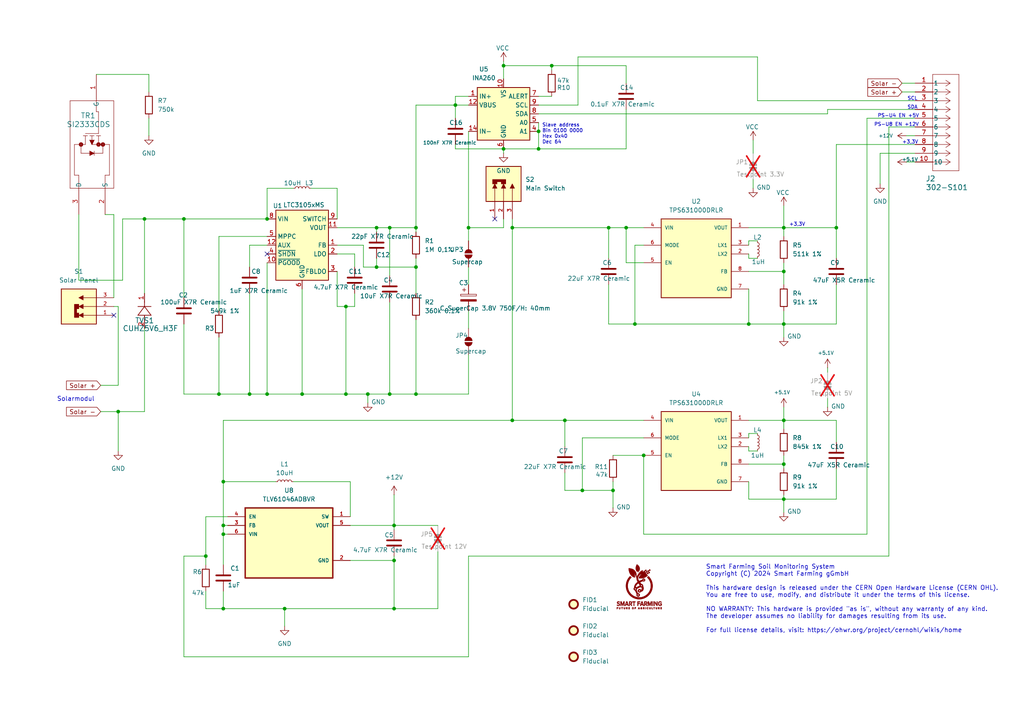
<source format=kicad_sch>
(kicad_sch (version 20231120) (generator "eeschema") (generator_version "8.0")
  (paper "A4")
  (title_block (title "Power Supply") (date "2024-12-30") (rev "0.52") (company "Smart Farming gGmbH"))
  (lib_symbols
    (symbol "+12V_1" (power) (pin_numbers hide) (pin_names (offset 0) hide)
      (property "Value" "+12V" (at 0 3.556 0))
      (symbol "+12V_1_1_1"
        (pin power_in line (at 0 0 90) (length 0) (name "~") (number "1"))
      )
    )
    (symbol "Capacitor_AKL:C_1206" (pin_numbers hide) (pin_names (offset 0.254))
      (property "Reference" "C" (at 0.635 2.54 0))
      (property "Value" "C_1206" (at 0.635 -2.54 0))
      (symbol "C_1206_1_1"
        (pin passive line (at 0 3.81 270) (length 2.794) (name "~") (number "1"))
        (pin passive line (at 0 -3.81 90) (length 2.794) (name "~") (number "2"))
      )
    )
    (symbol "Device:C" (pin_numbers hide) (pin_names (offset 0.254))
      (property "Reference" "C" (at 0.635 2.54 0))
      (property "Value" "C" (at 0.635 -2.54 0))
      (symbol "C_1_1"
        (pin passive line (at 0 3.81 270) (length 2.794) (name "~") (number "1"))
        (pin passive line (at 0 -3.81 90) (length 2.794) (name "~") (number "2"))
      )
    )
    (symbol "Device:C_Polarized" (pin_numbers hide) (pin_names (offset 0.254))
      (property "Reference" "C" (at 0.635 2.54 0))
      (property "Value" "C_Polarized" (at 0.635 -2.54 0))
      (symbol "C_Polarized_1_1"
        (pin passive line (at 0 3.81 270) (length 2.794) (name "~") (number "1"))
        (pin passive line (at 0 -3.81 90) (length 2.794) (name "~") (number "2"))
      )
    )
    (symbol "Device:L_Small" (pin_numbers hide) (pin_names (offset 0.254) hide)
      (property "Reference" "L" (at 0.762 1.016 0))
      (property "Value" "L_Small" (at 0.762 -1.016 0))
      (symbol "L_Small_1_1"
        (pin passive line (at 0 2.54 270) (length 0.508) (name "~") (number "1"))
        (pin passive line (at 0 -2.54 90) (length 0.508) (name "~") (number "2"))
      )
    )
    (symbol "GND_1" (power) (pin_numbers hide) (pin_names (offset 0) hide)
      (property "Value" "GND" (at 0 -3.81 0))
      (symbol "GND_1_1_1"
        (pin power_in line (at 0 0 270) (length 0) (name "~") (number "1"))
      )
    )
    (symbol "GND_2" (power) (pin_numbers hide) (pin_names (offset 0) hide)
      (property "Value" "GND" (at 0 -3.81 0))
      (symbol "GND_2_1_1"
        (pin power_in line (at 0 0 270) (length 0) (name "~") (number "1"))
      )
    )
    (symbol "JS102011SCQN:JS102011SCQN" (pin_names (offset 1.016))
      (property "Reference" "S" (at -5.08 6.35 0))
      (property "Value" "JS102011SCQN" (at -5.08 -6.35 0))
      (symbol "JS102011SCQN_0_0"
        (pin passive line (at -10.16 2.54 0) (length 5.08) (name "~") (number "1"))
        (pin passive line (at -10.16 0 0) (length 5.08) (name "~") (number "2"))
        (pin passive line (at -10.16 -2.54 0) (length 5.08) (name "~") (number "3"))
      )
    )
    (symbol "Jumper:SolderJumper_2_Open" (pin_numbers hide) (pin_names (offset 0) hide) (exclude_from_sim yes) (in_bom no)
      (property "Reference" "JP" (at 0 2.032 0))
      (property "Value" "SolderJumper_2_Open" (at 0 -2.54 0))
      (symbol "SolderJumper_2_Open_1_1"
        (pin passive line (at -3.81 0 0) (length 2.54) (name "A") (number "1"))
        (pin passive line (at 3.81 0 180) (length 2.54) (name "B") (number "2"))
      )
    )
    (symbol "Logo_Smart_Farming:LOGO" (pin_names (offset 1.016)))
    (symbol "Mechanical:Fiducial"
      (property "Reference" "FID" (at 0 5.08 0))
      (property "Value" "Fiducial" (at 0 3.175 0))
    )
    (symbol "Pin-Header-10-2-row:302-S101" (pin_names (offset 0.254))
      (property "Reference" "J" (at 8.89 6.35 0))
      (property "Value" "302-S101" (at 0 0 0))
      (symbol "302-S101_1_1"
        (pin unspecified line (at 0 0 0) (length 5.08) (name "1") (number "1"))
        (pin unspecified line (at 0 -22.86 0) (length 5.08) (name "10") (number "10"))
        (pin unspecified line (at 0 -2.54 0) (length 5.08) (name "2") (number "2"))
        (pin unspecified line (at 0 -5.08 0) (length 5.08) (name "3") (number "3"))
        (pin unspecified line (at 0 -7.62 0) (length 5.08) (name "4") (number "4"))
        (pin unspecified line (at 0 -10.16 0) (length 5.08) (name "5") (number "5"))
        (pin unspecified line (at 0 -12.7 0) (length 5.08) (name "6") (number "6"))
        (pin unspecified line (at 0 -15.24 0) (length 5.08) (name "7") (number "7"))
        (pin unspecified line (at 0 -17.78 0) (length 5.08) (name "8") (number "8"))
        (pin unspecified line (at 0 -20.32 0) (length 5.08) (name "9") (number "9"))
      )
      (symbol "302-S101_1_2"
        (pin unspecified line (at 0 0 0) (length 5.08) (name "1") (number "1"))
        (pin unspecified line (at 0 -22.86 0) (length 5.08) (name "10") (number "10"))
        (pin unspecified line (at 0 -2.54 0) (length 5.08) (name "2") (number "2"))
        (pin unspecified line (at 0 -5.08 0) (length 5.08) (name "3") (number "3"))
        (pin unspecified line (at 0 -7.62 0) (length 5.08) (name "4") (number "4"))
        (pin unspecified line (at 0 -10.16 0) (length 5.08) (name "5") (number "5"))
        (pin unspecified line (at 0 -12.7 0) (length 5.08) (name "6") (number "6"))
        (pin unspecified line (at 0 -15.24 0) (length 5.08) (name "7") (number "7"))
        (pin unspecified line (at 0 -17.78 0) (length 5.08) (name "8") (number "8"))
        (pin unspecified line (at 0 -20.32 0) (length 5.08) (name "9") (number "9"))
      )
    )
    (symbol "Regulator_Switching:LTC3105xMS"
      (property "Reference" "U" (at -6.35 11.43 0))
      (property "Value" "LTC3105xMS" (at 5.08 11.43 0))
      (symbol "LTC3105xMS_0_0"
        (pin input line (at 10.16 0 180) (length 2.54) (name "FB") (number "1"))
        (pin open_collector line (at -10.16 -5.08 0) (length 2.54) (name "~{PGOOD}") (number "10"))
        (pin power_out line (at 10.16 5.08 180) (length 2.54) (name "VOUT") (number "11"))
        (pin output line (at -10.16 0 0) (length 2.54) (name "AUX") (number "12"))
        (pin output line (at 10.16 -2.54 180) (length 2.54) (name "LDO") (number "2"))
        (pin input line (at 10.16 -7.62 180) (length 2.54) (name "FBLDO") (number "3"))
        (pin input line (at -10.16 -2.54 0) (length 2.54) (name "~{SHDN}") (number "4"))
        (pin input line (at -10.16 2.54 0) (length 2.54) (name "MPPC") (number "5"))
        (pin power_in line (at 0 -12.7 90) (length 2.54) (name "GND") (number "6"))
        (pin passive line (at 0 -12.7 90) (length 2.54) hide (name "GND") (number "7"))
        (pin power_in line (at -10.16 7.62 0) (length 2.54) (name "VIN") (number "8"))
        (pin passive line (at 10.16 7.62 180) (length 2.54) (name "SWITCH") (number "9"))
      )
    )
    (symbol "Resistor_AKL:R_0805" (pin_numbers hide) (pin_names (offset 0))
      (property "Reference" "R" (at 2.54 1.27 0))
      (property "Value" "R_0805" (at 2.54 -1.27 0))
      (symbol "R_0805_1_1"
        (pin passive line (at 0 3.81 270) (length 1.27) (name "~") (number "1"))
        (pin passive line (at 0 -3.81 90) (length 1.27) (name "~") (number "2"))
      )
    )
    (symbol "SI2333CDS_T1_GE3:SI2333CDS-T1-GE3" (pin_names (offset 0.254))
      (property "Reference" "TR" (at 20.32 10.16 0))
      (property "Value" "SI2333CDS-T1-GE3" (at 20.32 7.62 0))
      (symbol "SI2333CDS-T1-GE3_0_1"
        (pin unspecified line (at 0 0 0) (length 7.62) (name "G") (number "1"))
        (pin unspecified line (at 40.64 2.54 180) (length 7.62) (name "S") (number "2"))
        (pin unspecified line (at 40.64 -5.08 180) (length 7.62) (name "D") (number "3"))
      )
    )
    (symbol "Sensor:INA260"
      (property "Reference" "U" (at -6.35 8.89 0))
      (property "Value" "INA260" (at 2.54 8.89 0))
      (symbol "INA260_1_1"
        (pin passive line (at -10.16 5.08 0) (length 2.54) (name "IN+") (number "1"))
        (pin power_in line (at 0 10.16 270) (length 2.54) (name "VS") (number "10"))
        (pin passive line (at 0 -10.16 90) (length 2.54) hide (name "GND") (number "11"))
        (pin passive line (at -10.16 2.54 0) (length 2.54) (name "VBUS") (number "12"))
        (pin no_connect line (at 2.54 -7.62 90) (length 2.54) hide (name "NC") (number "13"))
        (pin passive line (at -10.16 -5.08 0) (length 2.54) (name "IN-") (number "14"))
        (pin passive line (at -10.16 -5.08 0) (length 2.54) hide (name "IN-") (number "15"))
        (pin passive line (at -10.16 -5.08 0) (length 2.54) hide (name "IN-") (number "16"))
        (pin passive line (at -10.16 5.08 0) (length 2.54) hide (name "IN+") (number "2"))
        (pin passive line (at -10.16 5.08 0) (length 2.54) hide (name "IN+") (number "3"))
        (pin input line (at 10.16 -5.08 180) (length 2.54) (name "A1") (number "4"))
        (pin input line (at 10.16 -2.54 180) (length 2.54) (name "A0") (number "5"))
        (pin power_in line (at 0 -10.16 90) (length 2.54) (name "GND") (number "6"))
        (pin open_collector line (at 10.16 5.08 180) (length 2.54) (name "ALERT") (number "7"))
        (pin bidirectional line (at 10.16 0 180) (length 2.54) (name "SDA") (number "8"))
        (pin input line (at 10.16 2.54 180) (length 2.54) (name "SCL") (number "9"))
      )
    )
    (symbol "TLV61046ADBVR:TLV61046ADBVR" (pin_names (offset 1.016))
      (property "Reference" "U" (at -12.7 11.16 0))
      (property "Value" "TLV61046ADBVR" (at -12.7 -14.16 0))
      (symbol "TLV61046ADBVR_0_0"
        (pin output line (at 17.78 7.62 180) (length 5.08) (name "SW") (number "1"))
        (pin power_in line (at 17.78 -5.08 180) (length 5.08) (name "GND") (number "2"))
        (pin input line (at -17.78 5.08 0) (length 5.08) (name "FB") (number "3"))
        (pin input line (at -17.78 7.62 0) (length 5.08) (name "EN") (number "4"))
        (pin output line (at 17.78 5.08 180) (length 5.08) (name "VOUT") (number "5"))
        (pin input line (at -17.78 2.54 0) (length 5.08) (name "VIN") (number "6"))
      )
    )
    (symbol "TPS631000DRLR:TPS631000DRLR" (pin_names (offset 1.016))
      (property "Reference" "U" (at -10.16 13.208 0))
      (property "Value" "TPS631000DRLR" (at -10.16 -12.7 0))
      (symbol "TPS631000DRLR_0_0"
        (pin output line (at 15.24 10.16 180) (length 5.08) (name "VOUT") (number "1"))
        (pin output line (at 15.24 2.54 180) (length 5.08) (name "LX2") (number "2"))
        (pin output line (at 15.24 5.08 180) (length 5.08) (name "LX1") (number "3"))
        (pin input line (at -15.24 10.16 0) (length 5.08) (name "VIN") (number "4"))
        (pin input line (at -15.24 0 0) (length 5.08) (name "EN") (number "5"))
        (pin input line (at -15.24 5.08 0) (length 5.08) (name "MODE") (number "6"))
        (pin power_in line (at 15.24 -7.62 180) (length 5.08) (name "GND") (number "7"))
        (pin input line (at 15.24 -2.54 180) (length 5.08) (name "FB") (number "8"))
      )
    )
    (symbol "TVS-Diode:CUHZ5V6_H3F" (pin_names (offset 0.254))
      (property "Reference" "TVS" (at 5.08 4.445 0))
      (property "Value" "CUHZ5V6_H3F" (at 5.08 -3.81 0))
      (symbol "CUHZ5V6_H3F_1_1"
        (pin unspecified line (at 10.16 0 180) (length 2.54) (name "") (number "1"))
        (pin unspecified line (at 0 0 0) (length 2.54) (name "") (number "2"))
      )
      (symbol "CUHZ5V6_H3F_1_2"
        (pin unspecified line (at 0 10.16 270) (length 2.54) (name "") (number "1"))
        (pin unspecified line (at 0 0 90) (length 2.54) (name "") (number "2"))
      )
    )
    (symbol "power:+12V" (power) (pin_names (offset 0))
      (property "Value" "+12V" (at 0 3.556 0))
      (symbol "+12V_1_1"
        (pin power_in line (at 0 0 90) (length 0) hide (name "+12V") (number "1"))
      )
    )
    (symbol "power:+5V" (power) (pin_numbers hide) (pin_names (offset 0) hide)
      (property "Value" "+5V" (at 0 3.556 0))
      (symbol "+5V_1_1"
        (pin power_in line (at 0 0 90) (length 0) (name "~") (number "1"))
      )
    )
    (symbol "power:GND" (power) (pin_names (offset 0))
      (property "Value" "GND" (at 0 -3.81 0))
      (symbol "GND_1_1"
        (pin power_in line (at 0 0 270) (length 0) hide (name "GND") (number "1"))
      )
    )
    (symbol "power:VCC" (power) (pin_names (offset 0))
      (property "Value" "VCC" (at 0 3.81 0))
      (symbol "VCC_1_1"
        (pin power_in line (at 0 0 90) (length 0) hide (name "VCC") (number "1"))
      )
    )
  )
  (junction (at 82.55 176.53))
  (junction (at 72.39 114.3))
  (junction (at 186.69 132.08))
  (junction (at 184.15 93.98))
  (junction (at 168.91 142.24))
  (junction (at 163.83 121.92))
  (junction (at 120.65 77.47))
  (junction (at 113.03 66.04))
  (junction (at 132.08 30.48))
  (junction (at 227.33 66.04))
  (junction (at 135.89 66.04))
  (junction (at 227.33 78.74))
  (junction (at 114.3 162.56))
  (junction (at 148.59 66.04))
  (junction (at 181.61 66.04))
  (junction (at 176.53 66.04))
  (junction (at 53.34 63.5))
  (junction (at 77.47 63.5))
  (junction (at 64.77 154.94))
  (junction (at 227.33 121.92))
  (junction (at 64.77 176.53))
  (junction (at 113.03 114.3))
  (junction (at 227.33 144.78))
  (junction (at 114.3 176.53))
  (junction (at 59.69 161.29))
  (junction (at 227.33 134.62))
  (junction (at 100.33 88.9))
  (junction (at 146.05 19.05))
  (junction (at 120.65 66.04))
  (junction (at 77.47 114.3))
  (junction (at 148.59 121.92))
  (junction (at 156.21 43.18))
  (junction (at 242.57 66.04))
  (junction (at 109.22 66.04))
  (junction (at 120.65 114.3))
  (junction (at 34.29 119.38))
  (junction (at 63.5 114.3))
  (junction (at 64.77 152.4))
  (junction (at 114.3 152.4))
  (junction (at 109.22 77.47))
  (junction (at 100.33 114.3))
  (junction (at 87.63 114.3))
  (junction (at 146.05 43.18))
  (junction (at 106.68 114.3))
  (junction (at 160.02 19.05))
  (junction (at 217.17 93.98))
  (junction (at 64.77 139.7))
  (junction (at 41.91 63.5))
  (junction (at 177.8 142.24))
  (junction (at 156.21 38.1))
  (junction (at 227.33 93.98))
  (no_connect (at 143.51 63.5))
  (no_connect (at 77.47 73.66))
  (no_connect (at 33.02 91.44))
  (wire (pts (xy 59.69 171.45) (xy 59.69 176.53)))
  (wire (pts (xy 217.17 73.66) (xy 217.17 74.93)))
  (wire (pts (xy 181.61 19.05) (xy 181.61 24.13)))
  (wire (pts (xy 251.46 34.29) (xy 251.46 154.94)))
  (wire (pts (xy 77.47 71.12) (xy 72.39 71.12)))
  (wire (pts (xy 217.17 130.81) (xy 219.71 130.81)))
  (wire (pts (xy 72.39 71.12) (xy 72.39 77.47)))
  (wire (pts (xy 257.81 36.83) (xy 265.43 36.83)))
  (wire (pts (xy 113.03 87.63) (xy 113.03 114.3)))
  (wire (pts (xy 186.69 154.94) (xy 186.69 132.08)))
  (wire (pts (xy 146.05 43.18) (xy 146.05 44.45)))
  (wire (pts (xy 227.33 118.11) (xy 227.33 121.92)))
  (wire (pts (xy 227.33 144.78) (xy 227.33 148.59)))
  (wire (pts (xy 66.04 154.94) (xy 64.77 154.94)))
  (wire (pts (xy 262.89 46.99) (xy 265.43 46.99)))
  (wire (pts (xy 265.43 44.45) (xy 255.27 44.45)))
  (wire (pts (xy 53.34 86.36) (xy 53.34 63.5)))
  (wire (pts (xy 127 160.02) (xy 127 176.53)))
  (wire (pts (xy 227.33 121.92) (xy 242.57 121.92)))
  (wire (pts (xy 184.15 71.12) (xy 184.15 93.98)))
  (wire (pts (xy 156.21 30.48) (xy 167.64 30.48)))
  (wire (pts (xy 97.79 66.04) (xy 109.22 66.04)))
  (wire (pts (xy 227.33 143.51) (xy 227.33 144.78)))
  (wire (pts (xy 176.53 93.98) (xy 184.15 93.98)))
  (wire (pts (xy 186.69 71.12) (xy 184.15 71.12)))
  (wire (pts (xy 53.34 114.3) (xy 63.5 114.3)))
  (wire (pts (xy 59.69 161.29) (xy 59.69 163.83)))
  (wire (pts (xy 148.59 63.5) (xy 148.59 66.04)))
  (wire (pts (xy 97.79 78.74) (xy 97.79 88.9)))
  (wire (pts (xy 177.8 139.7) (xy 177.8 142.24)))
  (wire (pts (xy 132.08 30.48) (xy 132.08 27.94)))
  (wire (pts (xy 176.53 66.04) (xy 148.59 66.04)))
  (wire (pts (xy 168.91 142.24) (xy 177.8 142.24)))
  (wire (pts (xy 120.65 92.71) (xy 120.65 114.3)))
  (wire (pts (xy 135.89 66.04) (xy 146.05 66.04)))
  (wire (pts (xy 217.17 125.73) (xy 219.71 125.73)))
  (wire (pts (xy 105.41 71.12) (xy 105.41 77.47)))
  (wire (pts (xy 227.33 135.89) (xy 227.33 134.62)))
  (wire (pts (xy 146.05 17.78) (xy 146.05 19.05)))
  (wire (pts (xy 72.39 85.09) (xy 72.39 114.3)))
  (wire (pts (xy 87.63 114.3) (xy 100.33 114.3)))
  (wire (pts (xy 59.69 176.53) (xy 64.77 176.53)))
  (wire (pts (xy 135.89 38.1) (xy 135.89 66.04)))
  (wire (pts (xy 64.77 121.92) (xy 148.59 121.92)))
  (wire (pts (xy 114.3 153.67) (xy 114.3 152.4)))
  (wire (pts (xy 240.03 115.57) (xy 240.03 118.11)))
  (wire (pts (xy 251.46 34.29) (xy 265.43 34.29)))
  (wire (pts (xy 109.22 67.31) (xy 109.22 66.04)))
  (wire (pts (xy 97.79 71.12) (xy 105.41 71.12)))
  (wire (pts (xy 63.5 114.3) (xy 72.39 114.3)))
  (wire (pts (xy 217.17 139.7) (xy 217.17 144.78)))
  (wire (pts (xy 66.04 152.4) (xy 64.77 152.4)))
  (wire (pts (xy 114.3 162.56) (xy 114.3 176.53)))
  (wire (pts (xy 217.17 134.62) (xy 227.33 134.62)))
  (wire (pts (xy 66.04 149.86) (xy 59.69 149.86)))
  (wire (pts (xy 242.57 93.98) (xy 227.33 93.98)))
  (wire (pts (xy 217.17 93.98) (xy 227.33 93.98)))
  (wire (pts (xy 163.83 121.92) (xy 163.83 129.54)))
  (wire (pts (xy 219.71 29.21) (xy 265.43 29.21)))
  (wire (pts (xy 34.29 119.38) (xy 41.91 119.38)))
  (wire (pts (xy 72.39 114.3) (xy 77.47 114.3)))
  (wire (pts (xy 156.21 27.94) (xy 160.02 27.94)))
  (wire (pts (xy 148.59 66.04) (xy 148.59 121.92)))
  (wire (pts (xy 109.22 74.93) (xy 109.22 77.47)))
  (wire (pts (xy 29.21 111.76) (xy 34.29 111.76)))
  (wire (pts (xy 102.87 88.9) (xy 102.87 85.09)))
  (wire (pts (xy 35.56 81.28) (xy 35.56 63.5)))
  (wire (pts (xy 101.6 162.56) (xy 114.3 162.56)))
  (wire (pts (xy 41.91 95.25) (xy 41.91 119.38)))
  (wire (pts (xy 146.05 19.05) (xy 146.05 22.86)))
  (wire (pts (xy 160.02 19.05) (xy 181.61 19.05)))
  (wire (pts (xy 34.29 111.76) (xy 34.29 88.9)))
  (wire (pts (xy 63.5 97.79) (xy 63.5 114.3)))
  (wire (pts (xy 34.29 119.38) (xy 34.29 130.81)))
  (wire (pts (xy 217.17 66.04) (xy 227.33 66.04)))
  (wire (pts (xy 156.21 35.56) (xy 156.21 38.1)))
  (wire (pts (xy 77.47 76.2) (xy 77.47 114.3)))
  (wire (pts (xy 77.47 54.61) (xy 77.47 63.5)))
  (wire (pts (xy 227.33 90.17) (xy 227.33 93.98)))
  (wire (pts (xy 114.3 143.51) (xy 114.3 152.4)))
  (wire (pts (xy 186.69 127) (xy 168.91 127)))
  (wire (pts (xy 33.02 86.36) (xy 33.02 62.23)))
  (wire (pts (xy 132.08 41.91) (xy 132.08 43.18)))
  (wire (pts (xy 113.03 80.01) (xy 113.03 66.04)))
  (wire (pts (xy 64.77 139.7) (xy 64.77 152.4)))
  (wire (pts (xy 146.05 19.05) (xy 160.02 19.05)))
  (wire (pts (xy 132.08 43.18) (xy 146.05 43.18)))
  (wire (pts (xy 135.89 77.47) (xy 135.89 82.55)))
  (wire (pts (xy 242.57 121.92) (xy 242.57 128.27)))
  (wire (pts (xy 114.3 162.56) (xy 114.3 161.29)))
  (wire (pts (xy 242.57 41.91) (xy 265.43 41.91)))
  (wire (pts (xy 22.86 62.23) (xy 22.86 81.28)))
  (wire (pts (xy 227.33 124.46) (xy 227.33 121.92)))
  (wire (pts (xy 217.17 121.92) (xy 227.33 121.92)))
  (wire (pts (xy 27.94 21.59) (xy 43.18 21.59)))
  (wire (pts (xy 177.8 132.08) (xy 186.69 132.08)))
  (wire (pts (xy 100.33 88.9) (xy 102.87 88.9)))
  (wire (pts (xy 43.18 21.59) (xy 43.18 26.67)))
  (wire (pts (xy 181.61 66.04) (xy 176.53 66.04)))
  (wire (pts (xy 160.02 19.05) (xy 160.02 20.32)))
  (wire (pts (xy 64.77 154.94) (xy 64.77 163.83)))
  (wire (pts (xy 63.5 68.58) (xy 63.5 90.17)))
  (wire (pts (xy 251.46 154.94) (xy 186.69 154.94)))
  (wire (pts (xy 82.55 181.61) (xy 82.55 176.53)))
  (wire (pts (xy 97.79 54.61) (xy 97.79 63.5)))
  (wire (pts (xy 109.22 77.47) (xy 120.65 77.47)))
  (wire (pts (xy 181.61 31.75) (xy 181.61 43.18)))
  (wire (pts (xy 257.81 161.29) (xy 257.81 36.83)))
  (wire (pts (xy 163.83 142.24) (xy 168.91 142.24)))
  (wire (pts (xy 106.68 114.3) (xy 113.03 114.3)))
  (wire (pts (xy 85.09 54.61) (xy 77.47 54.61)))
  (wire (pts (xy 184.15 93.98) (xy 217.17 93.98)))
  (wire (pts (xy 163.83 121.92) (xy 186.69 121.92)))
  (wire (pts (xy 177.8 142.24) (xy 177.8 147.32)))
  (wire (pts (xy 114.3 176.53) (xy 82.55 176.53)))
  (wire (pts (xy 168.91 127) (xy 168.91 142.24)))
  (wire (pts (xy 102.87 73.66) (xy 102.87 77.47)))
  (wire (pts (xy 105.41 77.47) (xy 109.22 77.47)))
  (wire (pts (xy 53.34 63.5) (xy 77.47 63.5)))
  (wire (pts (xy 242.57 66.04) (xy 242.57 74.93)))
  (wire (pts (xy 262.89 39.37) (xy 265.43 39.37)))
  (wire (pts (xy 97.79 88.9) (xy 100.33 88.9)))
  (wire (pts (xy 156.21 43.18) (xy 146.05 43.18)))
  (wire (pts (xy 43.18 34.29) (xy 43.18 39.37)))
  (wire (pts (xy 163.83 137.16) (xy 163.83 142.24)))
  (wire (pts (xy 29.21 119.38) (xy 34.29 119.38)))
  (wire (pts (xy 240.03 106.68) (xy 240.03 107.95)))
  (wire (pts (xy 132.08 30.48) (xy 120.65 30.48)))
  (wire (pts (xy 219.71 16.51) (xy 219.71 29.21)))
  (wire (pts (xy 100.33 88.9) (xy 100.33 114.3)))
  (wire (pts (xy 90.17 54.61) (xy 97.79 54.61)))
  (wire (pts (xy 181.61 66.04) (xy 181.61 76.2)))
  (wire (pts (xy 87.63 83.82) (xy 87.63 114.3)))
  (wire (pts (xy 217.17 78.74) (xy 227.33 78.74)))
  (wire (pts (xy 59.69 161.29) (xy 53.34 161.29)))
  (wire (pts (xy 106.68 114.3) (xy 106.68 116.84)))
  (wire (pts (xy 240.03 33.02) (xy 240.03 31.75)))
  (wire (pts (xy 34.29 88.9) (xy 33.02 88.9)))
  (wire (pts (xy 101.6 152.4) (xy 114.3 152.4)))
  (wire (pts (xy 120.65 30.48) (xy 120.65 66.04)))
  (wire (pts (xy 53.34 190.5) (xy 135.89 190.5)))
  (wire (pts (xy 227.33 59.69) (xy 227.33 66.04)))
  (wire (pts (xy 64.77 152.4) (xy 64.77 154.94)))
  (wire (pts (xy 227.33 78.74) (xy 227.33 82.55)))
  (wire (pts (xy 176.53 66.04) (xy 176.53 74.93)))
  (wire (pts (xy 242.57 66.04) (xy 242.57 41.91)))
  (wire (pts (xy 167.64 16.51) (xy 167.64 30.48)))
  (wire (pts (xy 227.33 76.2) (xy 227.33 78.74)))
  (wire (pts (xy 109.22 66.04) (xy 113.03 66.04)))
  (wire (pts (xy 135.89 161.29) (xy 257.81 161.29)))
  (wire (pts (xy 181.61 43.18) (xy 156.21 43.18)))
  (wire (pts (xy 148.59 121.92) (xy 163.83 121.92)))
  (wire (pts (xy 135.89 69.85) (xy 135.89 66.04)))
  (wire (pts (xy 156.21 38.1) (xy 156.21 43.18)))
  (wire (pts (xy 227.33 93.98) (xy 227.33 97.79)))
  (wire (pts (xy 120.65 77.47) (xy 120.65 85.09)))
  (wire (pts (xy 181.61 76.2) (xy 186.69 76.2)))
  (wire (pts (xy 64.77 121.92) (xy 64.77 139.7)))
  (wire (pts (xy 135.89 90.17) (xy 135.89 95.25)))
  (wire (pts (xy 64.77 176.53) (xy 82.55 176.53)))
  (wire (pts (xy 120.65 74.93) (xy 120.65 77.47)))
  (wire (pts (xy 242.57 135.89) (xy 242.57 144.78)))
  (wire (pts (xy 120.65 114.3) (xy 135.89 114.3)))
  (wire (pts (xy 261.62 26.67) (xy 265.43 26.67)))
  (wire (pts (xy 135.89 161.29) (xy 135.89 190.5)))
  (wire (pts (xy 132.08 27.94) (xy 135.89 27.94)))
  (wire (pts (xy 33.02 62.23) (xy 30.48 62.23)))
  (wire (pts (xy 217.17 144.78) (xy 227.33 144.78)))
  (wire (pts (xy 35.56 63.5) (xy 41.91 63.5)))
  (wire (pts (xy 22.86 81.28) (xy 35.56 81.28)))
  (wire (pts (xy 41.91 63.5) (xy 53.34 63.5)))
  (wire (pts (xy 176.53 82.55) (xy 176.53 93.98)))
  (wire (pts (xy 101.6 139.7) (xy 101.6 149.86)))
  (wire (pts (xy 242.57 82.55) (xy 242.57 93.98)))
  (wire (pts (xy 53.34 161.29) (xy 53.34 190.5)))
  (wire (pts (xy 156.21 33.02) (xy 240.03 33.02)))
  (wire (pts (xy 255.27 44.45) (xy 255.27 53.34)))
  (wire (pts (xy 85.09 139.7) (xy 101.6 139.7)))
  (wire (pts (xy 218.44 40.64) (xy 218.44 44.45)))
  (wire (pts (xy 135.89 30.48) (xy 132.08 30.48)))
  (wire (pts (xy 217.17 83.82) (xy 217.17 93.98)))
  (wire (pts (xy 64.77 171.45) (xy 64.77 176.53)))
  (wire (pts (xy 77.47 68.58) (xy 63.5 68.58)))
  (wire (pts (xy 167.64 16.51) (xy 219.71 16.51)))
  (wire (pts (xy 64.77 139.7) (xy 80.01 139.7)))
  (wire (pts (xy 135.89 102.87) (xy 135.89 114.3)))
  (wire (pts (xy 120.65 67.31) (xy 120.65 66.04)))
  (wire (pts (xy 100.33 114.3) (xy 106.68 114.3)))
  (wire (pts (xy 77.47 114.3) (xy 87.63 114.3)))
  (wire (pts (xy 242.57 66.04) (xy 227.33 66.04)))
  (wire (pts (xy 227.33 68.58) (xy 227.33 66.04)))
  (wire (pts (xy 217.17 71.12) (xy 217.17 69.85)))
  (wire (pts (xy 132.08 30.48) (xy 132.08 34.29)))
  (wire (pts (xy 53.34 93.98) (xy 53.34 114.3)))
  (wire (pts (xy 41.91 63.5) (xy 41.91 85.09)))
  (wire (pts (xy 114.3 152.4) (xy 127 152.4)))
  (wire (pts (xy 240.03 31.75) (xy 265.43 31.75)))
  (wire (pts (xy 113.03 114.3) (xy 120.65 114.3)))
  (wire (pts (xy 227.33 132.08) (xy 227.33 134.62)))
  (wire (pts (xy 217.17 129.54) (xy 217.17 130.81)))
  (wire (pts (xy 217.17 69.85) (xy 219.71 69.85)))
  (wire (pts (xy 114.3 176.53) (xy 127 176.53)))
  (wire (pts (xy 113.03 66.04) (xy 120.65 66.04)))
  (wire (pts (xy 97.79 73.66) (xy 102.87 73.66)))
  (wire (pts (xy 186.69 66.04) (xy 181.61 66.04)))
  (wire (pts (xy 217.17 74.93) (xy 219.71 74.93)))
  (wire (pts (xy 218.44 52.07) (xy 218.44 54.61)))
  (wire (pts (xy 261.62 24.13) (xy 265.43 24.13)))
  (wire (pts (xy 217.17 127) (xy 217.17 125.73)))
  (wire (pts (xy 59.69 149.86) (xy 59.69 161.29)))
  (wire (pts (xy 242.57 144.78) (xy 227.33 144.78)))
  (wire (pts (xy 146.05 66.04) (xy 146.05 63.5)))
  (text "PS-U4 EN +5V" (at 254.508 34.29 0) (effects (font (size 1.016 1.016)) (justify left bottom)))
  (text "SCL" (at 264.668 28.702 0) (effects (font (size 1.016 1.016))))
  (text "Smart Farming Soil Monitoring System\nCopyright (C) 2024 Smart Farming gGmbH\n\nThis hardware design is released under the CERN Open Hardware License (CERN OHL).\nYou are free to use, modify, and distribute it under the terms of this license.\n\nNO WARRANTY: This hardware is provided \"as is\", without any warranty of any kind.\nThe developer assumes no liability for damages resulting from its use.\n\nFor full license details, visit: https://ohwr.org/project/cernohl/wikis/home\n" (at 204.724 173.736 0) (effects (font (size 1.27 1.27)) (justify left)))
  (text "Solarmodul" (at 16.51 116.586 0) (effects (font (size 1.27 1.27)) (justify left bottom)))
  (text "SDA" (at 264.668 31.242 0) (effects (font (size 1.016 1.016))))
  (text "PS-U8 EN +12V" (at 253.492 36.83 0) (effects (font (size 1.016 1.016)) (justify left bottom)))
  (text "Slave address\nBin 0100 0000\nHex 0x40\nDec 64" (at 157.226 35.814 0) (effects (font (size 1.016 1.016)) (justify left top)))
  (text "+3,3V" (at 261.62 41.91 0) (effects (font (size 1.016 1.016)) (justify left bottom)))
  (text "+3,3V" (at 228.854 65.786 0) (effects (font (size 1.016 1.016)) (justify left bottom)))
  (global_label "Solar +" (shape input) (at 261.62 26.67 180) (property "Intersheetrefs" "${INTERSHEET_REFS}" (effects (hide yes))))
  (global_label "Solar -" (shape input) (at 29.21 119.38 180) (property "Intersheetrefs" "${INTERSHEET_REFS}" (effects (hide yes))))
  (global_label "Solar +" (shape input) (at 29.21 111.76 180) (property "Intersheetrefs" "${INTERSHEET_REFS}" (effects (hide yes))))
  (global_label "Solar -" (shape input) (at 261.62 24.13 180) (property "Intersheetrefs" "${INTERSHEET_REFS}" (effects (hide yes))))
  (symbol (lib_id "Capacitor_AKL:C_1206") (at 113.03 83.82 0) (unit 1)
    (property "Reference" "C4" (at 111.252 81.28 0) (effects (justify left)))
    (property "Value" "10uF X7R Ceramic" (at 104.394 85.852 0) (effects (justify left)))
    (property "Footprint" "Capacitor_SMD:C_1206_3216Metric_Pad1.33x1.80mm_HandSolder" (effects (hide yes)))
  )
  (symbol (lib_id "Device:L_Small") (at 219.71 128.27 0) (unit 1)
    (property "Reference" "L4" (at 219.71 124.714 0))
    (property "Value" "1uH" (at 219.71 132.08 0))
    (property "Footprint" "Inductor_SMD:L_1008_2520Metric_Pad1.43x2.20mm_HandSolder" (effects (hide yes)))
    (property "Datasheet" "https://mm.digikey.com/Volume0/opasdata/d220001/medias/docus/1155/MAMK2520H1R0M_SS.pdf" (effects (hide yes)))
    (property "Description" "Inductor, small symbol" (effects (hide yes)))
  )
  (symbol (lib_name "GND_2") (lib_id "power:GND") (at 43.18 39.37 0) (unit 1)
    (property "Reference" "#PWR010" (effects (hide yes)))
    (property "Value" "GND" (at 43.18 44.45 0))
    (property "Description" "Power symbol creates a global label with name \"GND\" , ground" (effects (hide yes)))
  )
  (symbol (lib_id "Jumper:SolderJumper_2_Open") (at 135.89 73.66 90) (unit 1) (exclude_from_sim yes) (in_bom no)
    (property "Reference" "JP3" (at 130.81 72.39 90) (effects (justify right)))
    (property "Value" "Supercap" (at 131.064 75.946 90) (effects (justify right)))
    (property "Footprint" "Connector_PinHeader_2.54mm:PinHeader_1x02_P2.54mm_Vertical" (effects (hide yes)))
    (property "Description" "Solder Jumper, 2-pole, open" (effects (hide yes)))
  )
  (symbol (lib_id "power:GND") (at 255.27 53.34 0) (unit 1)
    (property "Reference" "#PWR012" (effects (hide yes)))
    (property "Value" "GND" (at 255.27 58.42 0))
  )
  (symbol (lib_id "Resistor_AKL:R_0805") (at 227.33 86.36 0) (unit 1)
    (property "Reference" "R4" (at 229.87 85.0899 0) (effects (justify left)))
    (property "Value" "91k 1%" (at 229.87 87.6299 0) (effects (justify left)))
    (property "Footprint" "Resistor_SMD:R_1206_3216Metric_Pad1.30x1.75mm_HandSolder" (effects (hide yes)))
  )
  (symbol (lib_id "Device:C") (at 64.77 167.64 0) (unit 1)
    (property "Reference" "C1" (at 66.802 164.846 0) (effects (justify left)))
    (property "Value" "1uF" (at 66.04 169.672 0) (effects (justify left)))
    (property "Footprint" "Capacitor_SMD:C_0805_2012Metric_Pad1.18x1.45mm_HandSolder" (effects (hide yes)))
  )
  (symbol (lib_id "Jumper:SolderJumper_2_Open") (at 135.89 99.06 90) (unit 1) (exclude_from_sim yes) (in_bom no)
    (property "Reference" "JP4" (at 132.08 97.282 90) (effects (justify right)))
    (property "Value" "Supercap" (at 132.08 101.854 90) (effects (justify right)))
    (property "Footprint" "Connector_PinHeader_2.54mm:PinHeader_1x02_P2.54mm_Vertical" (effects (hide yes)))
    (property "Description" "Solder Jumper, 2-pole, open" (effects (hide yes)))
  )
  (symbol (lib_name "GND_1") (lib_id "power:GND") (at 106.68 116.84 0) (unit 1)
    (property "Reference" "#PWR05" (effects (hide yes)))
    (property "Value" "GND" (at 109.728 116.586 0))
    (property "Description" "Power symbol creates a global label with name \"GND\" , ground" (effects (hide yes)))
  )
  (symbol (lib_id "Resistor_AKL:R_0805") (at 59.69 167.64 0) (unit 1)
    (property "Reference" "R6" (at 55.88 165.862 0) (effects (justify left)))
    (property "Value" "47k" (at 55.626 171.958 0) (effects (justify left)))
    (property "Footprint" "Resistor_SMD:R_1206_3216Metric_Pad1.30x1.75mm_HandSolder" (effects (hide yes)))
    (property "Datasheet" "https://www.yageo.com/upload/media/product/products/datasheet/rchip/PYu-RC_Group_51_RoHS_L_12.pdf" (effects (hide yes)))
  )
  (symbol (lib_id "power:+5V") (at 240.03 106.68 0) (unit 1)
    (property "Reference" "#PWR014" (effects (hide yes)))
    (property "Value" "+5.1V" (at 239.522 102.362 0) (effects (font (size 1.016 1.016))))
    (property "Description" "Power symbol creates a global label with name \"+5V\"" (effects (hide yes)))
  )
  (symbol (lib_id "Jumper:SolderJumper_2_Open") (at 127 156.21 90) (unit 1) (exclude_from_sim yes) (in_bom no) (dnp yes)
    (property "Reference" "JP5" (at 121.92 154.94 90) (effects (justify right)))
    (property "Value" "Testpoint 12V" (at 122.174 158.496 90) (effects (justify right)))
    (property "Footprint" "Connector_PinHeader_2.54mm:PinHeader_1x02_P2.54mm_Vertical" (effects (hide yes)))
    (property "Description" "Solder Jumper, 2-pole, open" (effects (hide yes)))
  )
  (symbol (lib_id "Resistor_AKL:R_0805") (at 120.65 71.12 0) (unit 1)
    (property "Reference" "R1" (at 123.19 69.8499 0) (effects (justify left)))
    (property "Value" "1M 0,1%" (at 123.19 72.3899 0) (effects (justify left)))
    (property "Footprint" "Resistor_SMD:R_1206_3216Metric_Pad1.30x1.75mm_HandSolder" (effects (hide yes)))
    (property "Description" "V_OUT = (1.004 x (R1 / R2) +1) = (1.004 x (1M / 360k)+1) = 3.8V" (effects (hide yes)))
  )
  (symbol (lib_id "TLV61046ADBVR:TLV61046ADBVR") (at 83.82 157.48 0) (unit 1)
    (property "Reference" "U8" (at 83.82 142.24 0))
    (property "Value" "TLV61046ADBVR" (at 83.82 144.78 0))
    (property "Footprint" "Package_TO_SOT_SMD:SOT-23-6_Handsoldering" (effects (hide yes)))
    (property "Datasheet" "https://www.ti.com/lit/ds/symlink/tlv61046a.pdf?ts=1712584308742&ref_url=https%253A%252F%252Fwww.google.com%252F" (effects (hide yes)))
    (property "MF" "Texas Instruments" (effects (hide yes)))
    (property "Description_1" "\n28-V Output Voltage Boost Converter with Power Diode and Isolation Switch\n" (effects (hide yes)))
    (property "Package" "SOT-23-6 Texas Instruments" (effects (hide yes)))
    (property "Price" "None" (effects (hide yes)))
    (property "SnapEDA_Link" "https://www.snapeda.com/parts/TLV61046ADBVR/Texas+Instruments/view-part/?ref=snap" (effects (hide yes)))
    (property "MP" "TLV61046ADBVR" (effects (hide yes)))
    (property "Purchase-URL" "https://www.snapeda.com/api/url_track_click_mouser/?unipart_id=985721&manufacturer=Texas Instruments&part_name=TLV61046ADBVR&search_term=tlv61046a" (effects (hide yes)))
    (property "Availability" "In Stock" (effects (hide yes)))
    (property "Check_prices" "https://www.snapeda.com/parts/TLV61046ADBVR/Texas+Instruments/view-part/?ref=eda" (effects (hide yes)))
  )
  (symbol (lib_id "Device:L_Small") (at 87.63 54.61 90) (unit 1)
    (property "Reference" "L3" (at 89.662 53.086 90))
    (property "Value" "10uH" (at 84.836 53.086 90))
    (property "Footprint" "Inductor_SMD:L_Taiyo-Yuden_MD-5050" (effects (hide yes)))
    (property "Datasheet" "https://www.cyntec.com/upfile/products/download/SDEI054T-000%20(A4).pdf" (effects (hide yes)))
    (property "Description" "Inductor, small symbol" (effects (hide yes)))
  )
  (symbol (lib_id "power:VCC") (at 227.33 59.69 0) (unit 1)
    (property "Reference" "#PWR03" (effects (hide yes)))
    (property "Value" "VCC" (at 227.076 55.88 0))
  )
  (symbol (lib_id "Mechanical:Fiducial") (at 166.37 190.5 0) (unit 1)
    (property "Reference" "FID3" (at 168.91 189.23 0) (effects (justify left)))
    (property "Value" "Fiducial" (at 168.91 191.77 0) (effects (justify left)))
    (property "Footprint" "Fiducial:Fiducial_0.75mm_Mask1.5mm" (effects (hide yes)))
  )
  (symbol (lib_id "Resistor_AKL:R_0805") (at 227.33 128.27 0) (unit 1)
    (property "Reference" "R8" (at 229.87 126.9999 0) (effects (justify left)))
    (property "Value" "845k 1%" (at 229.87 129.5399 0) (effects (justify left)))
    (property "Footprint" "Resistor_SMD:R_1206_3216Metric_Pad1.30x1.75mm_HandSolder" (effects (hide yes)))
  )
  (symbol (lib_id "Mechanical:Fiducial") (at 166.37 175.26 0) (unit 1)
    (property "Reference" "FID1" (at 168.91 173.99 0) (effects (justify left)))
    (property "Value" "Fiducial" (at 168.91 176.53 0) (effects (justify left)))
    (property "Footprint" "Fiducial:Fiducial_0.75mm_Mask1.5mm" (effects (hide yes)))
  )
  (symbol (lib_id "Resistor_AKL:R_0805") (at 43.18 30.48 0) (unit 1)
    (property "Reference" "R7" (at 45.72 29.2099 0) (effects (justify left)))
    (property "Value" "750k" (at 45.72 31.7499 0) (effects (justify left)))
    (property "Footprint" "Resistor_SMD:R_1206_3216Metric_Pad1.30x1.75mm_HandSolder" (effects (hide yes)))
  )
  (symbol (lib_name "GND_1") (lib_id "power:GND") (at 218.44 54.61 0) (unit 1)
    (property "Reference" "#PWR013" (effects (hide yes)))
    (property "Value" "GND" (at 221.488 54.356 0))
    (property "Description" "Power symbol creates a global label with name \"GND\" , ground" (effects (hide yes)))
  )
  (symbol (lib_id "Resistor_AKL:R_0805") (at 177.8 135.89 0) (unit 1)
    (property "Reference" "R11" (at 172.466 135.382 0) (effects (justify left)))
    (property "Value" "47k" (at 172.72 137.668 0) (effects (justify left)))
    (property "Footprint" "Resistor_SMD:R_1206_3216Metric_Pad1.30x1.75mm_HandSolder" (effects (hide yes)))
    (property "Datasheet" "https://www.yageo.com/upload/media/product/products/datasheet/rchip/PYu-RC_Group_51_RoHS_L_12.pdf" (effects (hide yes)))
  )
  (symbol (lib_id "Logo_Smart_Farming:LOGO") (at 185.42 170.18 0) (unit 1)
    (property "Reference" "#G1" (effects (hide yes)))
    (property "Value" "LOGO" (effects (hide yes)))
  )
  (symbol (lib_id "power:VCC") (at 146.05 17.78 0) (unit 1)
    (property "Reference" "#PWR018" (effects (hide yes)))
    (property "Value" "VCC" (at 145.796 13.97 0))
  )
  (symbol (lib_id "Sensor:INA260") (at 146.05 33.02 0) (unit 1)
    (property "Reference" "U5" (at 138.938 20.066 0) (effects (justify left)))
    (property "Value" "INA260" (at 136.906 22.606 0) (effects (justify left)))
    (property "Footprint" "Package_SO:TSSOP-16_4.4x5mm_P0.65mm" (effects (hide yes)))
    (property "Datasheet" "http://www.ti.com/lit/ds/symlink/ina260.pdf" (effects (hide yes)))
    (property "Description" "Current/power/voltage monitor with Integrated 2mΩ Shunt Resistor, 2.7V - 5.5V, I2C, TSSOP-16" (effects (hide yes)))
  )
  (symbol (lib_id "power:+5V") (at 227.33 118.11 0) (unit 1)
    (property "Reference" "#PWR06" (effects (hide yes)))
    (property "Value" "+5.1V" (at 226.822 113.792 0) (effects (font (size 1.016 1.016))))
    (property "Description" "Power symbol creates a global label with name \"+5V\"" (effects (hide yes)))
  )
  (symbol (lib_id "JS102011SCQN:JS102011SCQN") (at 146.05 53.34 90) (unit 1)
    (property "Reference" "S2" (at 152.4 52.0699 90) (effects (justify right)))
    (property "Value" "Main Switch" (at 152.4 54.6099 90) (effects (justify right)))
    (property "Footprint" "SmartFarming:SW_JS102011SCQN" (effects (hide yes)))
    (property "Datasheet" "https://www.ckswitches.com/media/1422/js.pdf" (effects (hide yes)))
    (property "MF" "C&K" (effects (hide yes)))
    (property "MAXIMUM_PACKAGE_HEIGHT" "5.5mm" (effects (hide yes)))
    (property "Package" "None" (effects (hide yes)))
    (property "Price" "None" (effects (hide yes)))
    (property "Check_prices" "https://www.snapeda.com/parts/JS102011SCQN/C%2526K/view-part/?ref=eda" (effects (hide yes)))
    (property "STANDARD" "Manufacturer Recommendations" (effects (hide yes)))
    (property "PARTREV" "8 Oct 21" (effects (hide yes)))
    (property "SnapEDA_Link" "https://www.snapeda.com/parts/JS102011SCQN/C%2526K/view-part/?ref=snap" (effects (hide yes)))
    (property "MP" "JS102011SCQN" (effects (hide yes)))
    (property "Description_1" "\nSlide Switch SPDT Surface Mount\n" (effects (hide yes)))
    (property "Availability" "In Stock" (effects (hide yes)))
    (property "MANUFACTURER" "C&K" (effects (hide yes)))
  )
  (symbol (lib_id "Capacitor_AKL:C_1206") (at 242.57 78.74 0) (unit 1)
    (property "Reference" "C9" (at 240.792 76.2 0) (effects (justify left)))
    (property "Value" "47uF X5R Ceramic" (at 235.712 81.28 0) (effects (justify left)))
    (property "Footprint" "Capacitor_SMD:C_1206_3216Metric_Pad1.33x1.80mm_HandSolder" (effects (hide yes)))
    (property "Datasheet" "https://search.murata.co.jp/Ceramy/image/img/A01X/G101/ENG/GRM31CR71A226KE15-01.pdf" (effects (hide yes)))
  )
  (symbol (lib_id "Jumper:SolderJumper_2_Open") (at 240.03 111.76 90) (unit 1) (exclude_from_sim yes) (in_bom no) (dnp yes)
    (property "Reference" "JP2" (at 234.95 110.49 90) (effects (justify right)))
    (property "Value" "Testpoint 5V" (at 235.204 114.046 90) (effects (justify right)))
    (property "Footprint" "Connector_PinHeader_2.54mm:PinHeader_1x02_P2.54mm_Vertical" (effects (hide yes)))
    (property "Description" "Solder Jumper, 2-pole, open" (effects (hide yes)))
  )
  (symbol (lib_id "Mechanical:Fiducial") (at 166.37 182.88 0) (unit 1)
    (property "Reference" "FID2" (at 168.91 181.61 0) (effects (justify left)))
    (property "Value" "Fiducial" (at 168.91 184.15 0) (effects (justify left)))
    (property "Footprint" "Fiducial:Fiducial_0.75mm_Mask1.5mm" (effects (hide yes)))
  )
  (symbol (lib_id "Capacitor_AKL:C_1206") (at 181.61 27.94 0) (unit 1)
    (property "Reference" "C14" (at 179.832 25.4 0) (effects (justify left)))
    (property "Value" "0.1uF X7R Ceramic" (at 171.196 30.226 0) (effects (justify left)))
    (property "Footprint" "Capacitor_SMD:C_0805_2012Metric_Pad1.18x1.45mm_HandSolder" (effects (hide yes)))
    (property "Description" "C17 + diode is the temperature compensation for the MPP of the solar cell" (effects (hide yes)))
  )
  (symbol (lib_id "Capacitor_AKL:C_1206") (at 109.22 71.12 0) (unit 1)
    (property "Reference" "C12" (at 109.22 73.914 0) (effects (justify left)))
    (property "Value" "22pF X7R Ceramic" (at 101.854 68.58 0) (effects (justify left)))
    (property "Footprint" "Capacitor_SMD:C_0805_2012Metric_Pad1.18x1.45mm_HandSolder" (effects (hide yes)))
    (property "Datasheet" "https://content.kemet.com/datasheets/KEM_C1003_C0G_SMD.pdf" (effects (hide yes)))
  )
  (symbol (lib_id "TPS631000DRLR:TPS631000DRLR") (at 201.93 76.2 0) (unit 1)
    (property "Reference" "U2" (at 201.93 58.42 0))
    (property "Value" "TPS631000DRLR" (at 201.93 60.96 0))
    (property "Footprint" "Package_TO_SOT_SMD:SOT-583-8" (effects (hide yes)))
    (property "Datasheet" "https://www.ti.com/lit/ds/symlink/tps631000.pdf" (effects (hide yes)))
    (property "PARTREV" "B" (effects (hide yes)))
    (property "STANDARD" "IPC 7351B" (effects (hide yes)))
    (property "SNAPEDA_PACKAGE_ID" "124400" (effects (hide yes)))
    (property "MAXIMUM_PACKAGE_HEIGHT" "0.6mm" (effects (hide yes)))
    (property "MANUFACTURER" "Texas Instruments" (effects (hide yes)))
  )
  (symbol (lib_id "Resistor_AKL:R_0805") (at 227.33 72.39 0) (unit 1)
    (property "Reference" "R5" (at 229.87 71.1199 0) (effects (justify left)))
    (property "Value" "511k 1%" (at 229.87 73.6599 0) (effects (justify left)))
    (property "Footprint" "Resistor_SMD:R_1206_3216Metric_Pad1.30x1.75mm_HandSolder" (effects (hide yes)))
  )
  (symbol (lib_id "SI2333CDS_T1_GE3:SI2333CDS-T1-GE3") (at 27.94 21.59 270) (unit 1)
    (property "Reference" "TR1" (at 23.368 33.528 90) (effects (font (size 1.524 1.524)) (justify left)))
    (property "Value" "SI2333CDS" (at 19.304 36.068 90) (effects (font (size 1.524 1.524)) (justify left)))
    (property "Footprint" "SmartFarming:TO-236_VIS" (effects (hide yes)))
    (property "Datasheet" "https://www.vishay.com/docs/68717/si2333cd.pdf" (effects (hide yes)))
    (property "Description" "P-Kanal-MOSFET" (effects (hide yes)))
  )
  (symbol (lib_name "GND_2") (lib_id "power:GND") (at 34.29 130.81 0) (unit 1)
    (property "Reference" "#PWR02" (effects (hide yes)))
    (property "Value" "GND" (at 34.29 135.89 0))
    (property "Description" "Power symbol creates a global label with name \"GND\" , ground" (effects (hide yes)))
  )
  (symbol (lib_id "power:VCC") (at 218.44 40.64 0) (unit 1)
    (property "Reference" "#PWR011" (effects (hide yes)))
    (property "Value" "VCC" (at 218.186 36.83 0))
  )
  (symbol (lib_id "power:+12V") (at 262.89 39.37 90) (unit 1)
    (property "Reference" "#PWR015" (effects (hide yes)))
    (property "Value" "+12V" (at 254.762 39.37 90) (effects (font (size 1.016 1.016)) (justify right)))
  )
  (symbol (lib_id "JS102011SCQN:JS102011SCQN") (at 22.86 88.9 180) (unit 1)
    (property "Reference" "S1" (at 22.86 78.74 0))
    (property "Value" "Solar Panel" (at 22.86 81.28 0))
    (property "Footprint" "SmartFarming:SW_JS102011SCQN" (effects (hide yes)))
    (property "Datasheet" "https://www.ckswitches.com/media/1422/js.pdf" (effects (hide yes)))
    (property "MF" "C&K" (effects (hide yes)))
    (property "MAXIMUM_PACKAGE_HEIGHT" "5.5mm" (effects (hide yes)))
    (property "Package" "None" (effects (hide yes)))
    (property "Price" "None" (effects (hide yes)))
    (property "Check_prices" "https://www.snapeda.com/parts/JS102011SCQN/C%2526K/view-part/?ref=eda" (effects (hide yes)))
    (property "STANDARD" "Manufacturer Recommendations" (effects (hide yes)))
    (property "PARTREV" "8 Oct 21" (effects (hide yes)))
    (property "SnapEDA_Link" "https://www.snapeda.com/parts/JS102011SCQN/C%2526K/view-part/?ref=snap" (effects (hide yes)))
    (property "MP" "JS102011SCQN" (effects (hide yes)))
    (property "Description_1" "\nSlide Switch SPDT Surface Mount\n" (effects (hide yes)))
    (property "Availability" "In Stock" (effects (hide yes)))
    (property "MANUFACTURER" "C&K" (effects (hide yes)))
  )
  (symbol (lib_id "Resistor_AKL:R_0805") (at 63.5 93.98 0) (unit 1)
    (property "Reference" "R3" (at 59.436 95.25 0) (effects (justify left)))
    (property "Value" "549k 1%" (at 60.96 90.17 0) (effects (justify left)))
    (property "Footprint" "Resistor_SMD:R_1206_3216Metric_Pad1.30x1.75mm_HandSolder" (effects (hide yes)))
    (property "Datasheet" "https://www.yageo.com/upload/media/product/products/datasheet/rchip/PYu-RC_Group_51_RoHS_L_12.pdf" (effects (hide yes)))
  )
  (symbol (lib_id "Capacitor_AKL:C_1206") (at 53.34 90.17 0) (unit 1)
    (property "Reference" "C2" (at 51.816 85.598 0) (effects (justify left)))
    (property "Value" "100uF X7R Ceramic" (at 46.482 87.63 0) (effects (justify left)))
    (property "Footprint" "Capacitor_SMD:C_1206_3216Metric_Pad1.33x1.80mm_HandSolder" (effects (hide yes)))
  )
  (symbol (lib_name "+12V_1") (lib_id "power:+12V") (at 114.3 143.51 0) (unit 1)
    (property "Reference" "#PWR07" (effects (hide yes)))
    (property "Value" "+12V" (at 114.3 138.43 0))
    (property "Description" "Power symbol creates a global label with name \"+12V\"" (effects (hide yes)))
  )
  (symbol (lib_id "Capacitor_AKL:C_1206") (at 102.87 81.28 0) (unit 1)
    (property "Reference" "C11" (at 101.092 78.74 0) (effects (justify left)))
    (property "Value" "4.7uF X7R Ceramic" (at 90.932 83.312 0) (effects (justify left)))
    (property "Footprint" "Capacitor_SMD:C_0805_2012Metric_Pad1.18x1.45mm_HandSolder" (effects (hide yes)))
  )
  (symbol (lib_id "Capacitor_AKL:C_1206") (at 176.53 78.74 0) (unit 1)
    (property "Reference" "C6" (at 174.752 76.2 0) (effects (justify left)))
    (property "Value" "22uF X7R Ceramic" (at 164.592 80.772 0) (effects (justify left)))
    (property "Footprint" "Capacitor_SMD:C_1206_3216Metric_Pad1.33x1.80mm_HandSolder" (effects (hide yes)))
    (property "Datasheet" "https://search.murata.co.jp/Ceramy/image/img/A01X/G101/ENG/GRM31CR71A226KE15-01.pdf" (effects (hide yes)))
  )
  (symbol (lib_id "TPS631000DRLR:TPS631000DRLR") (at 201.93 132.08 0) (unit 1)
    (property "Reference" "U4" (at 201.93 114.3 0))
    (property "Value" "TPS631000DRLR" (at 201.93 116.84 0))
    (property "Footprint" "Package_TO_SOT_SMD:SOT-583-8" (effects (hide yes)))
    (property "Datasheet" "https://www.ti.com/lit/ds/symlink/tps631000.pdf" (effects (hide yes)))
    (property "PARTREV" "B" (effects (hide yes)))
    (property "STANDARD" "IPC 7351B" (effects (hide yes)))
    (property "SNAPEDA_PACKAGE_ID" "124400" (effects (hide yes)))
    (property "MAXIMUM_PACKAGE_HEIGHT" "0.6mm" (effects (hide yes)))
    (property "MANUFACTURER" "Texas Instruments" (effects (hide yes)))
  )
  (symbol (lib_id "power:GND") (at 146.05 44.45 0) (unit 1)
    (property "Reference" "#PWR019" (effects (hide yes)))
    (property "Value" "GND" (at 146.05 49.53 0))
  )
  (symbol (lib_name "GND_1") (lib_id "power:GND") (at 240.03 118.11 0) (unit 1)
    (property "Reference" "#PWR016" (effects (hide yes)))
    (property "Value" "GND" (at 243.078 117.856 0))
    (property "Description" "Power symbol creates a global label with name \"GND\" , ground" (effects (hide yes)))
  )
  (symbol (lib_id "Resistor_AKL:R_0805") (at 120.65 88.9 0) (unit 1)
    (property "Reference" "R2" (at 123.19 87.6299 0) (effects (justify left)))
    (property "Value" "360k 0.1%" (at 123.19 90.1699 0) (effects (justify left)))
    (property "Footprint" "Resistor_SMD:R_1206_3216Metric_Pad1.30x1.75mm_HandSolder" (effects (hide yes)))
  )
  (symbol (lib_id "Resistor_AKL:R_0805") (at 227.33 139.7 0) (unit 1)
    (property "Reference" "R9" (at 229.87 138.4299 0) (effects (justify left)))
    (property "Value" "91k 1%" (at 229.87 140.9699 0) (effects (justify left)))
    (property "Footprint" "Resistor_SMD:R_1206_3216Metric_Pad1.30x1.75mm_HandSolder" (effects (hide yes)))
  )
  (symbol (lib_id "Regulator_Switching:LTC3105xMS") (at 87.63 71.12 0) (unit 1)
    (property "Reference" "U1" (at 80.518 59.69 0))
    (property "Value" "LTC3105xMS" (at 88.138 59.436 0))
    (property "Footprint" "Package_SO:MSOP-12_3x4mm_P0.65mm" (effects (hide yes)))
    (property "Datasheet" "https://www.analog.com/media/en/technical-documentation/data-sheets/3105fb.pdf" (effects (hide yes)))
    (property "Description" "400mA Step-Up DC/DC Converter with Maximum Power Point Control and 250mV Start-Up, MSOP-12" (effects (hide yes)))
  )
  (symbol (lib_id "power:+5V") (at 262.89 46.99 90) (unit 1)
    (property "Reference" "#PWR017" (effects (hide yes)))
    (property "Value" "+5.1V" (at 263.906 46.228 90) (effects (font (size 1.016 1.016))))
    (property "Description" "Power symbol creates a global label with name \"+5V\"" (effects (hide yes)))
  )
  (symbol (lib_id "Capacitor_AKL:C_1206") (at 72.39 81.28 0) (unit 1)
    (property "Reference" "C8" (at 72.898 78.74 0) (effects (justify left)))
    (property "Value" "1uF X7R Ceramic" (at 66.548 84.328 0) (effects (justify left)))
    (property "Footprint" "Capacitor_SMD:C_0805_2012Metric_Pad1.18x1.45mm_HandSolder" (effects (hide yes)))
  )
  (symbol (lib_id "Capacitor_AKL:C_1206") (at 114.3 157.48 0) (unit 1)
    (property "Reference" "C5" (at 111.506 155.194 0) (effects (justify left)))
    (property "Value" "4.7uF X7R Ceramic" (at 102.362 159.512 0) (effects (justify left)))
    (property "Footprint" "Capacitor_SMD:C_0805_2012Metric_Pad1.18x1.45mm_HandSolder" (effects (hide yes)))
  )
  (symbol (lib_id "Capacitor_AKL:C_1206") (at 132.08 38.1 0) (unit 1)
    (property "Reference" "C16" (at 130.302 35.56 0) (effects (justify left)))
    (property "Value" "100nF X7R Ceramic" (at 122.682 41.402 0) (effects (font (size 1.016 1.016)) (justify left)))
    (property "Footprint" "Capacitor_SMD:C_0805_2012Metric_Pad1.18x1.45mm_HandSolder" (effects (hide yes)))
  )
  (symbol (lib_id "Device:L_Small") (at 82.55 139.7 90) (unit 1)
    (property "Reference" "L1" (at 82.55 134.62 90))
    (property "Value" "10uH" (at 82.55 137.16 90))
    (property "Footprint" "Inductor_SMD:L_Taiyo-Yuden_MD-5050" (effects (hide yes)))
    (property "Datasheet" "https://www.cyntec.com/upfile/products/download/SDEI054T-000%20(A4).pdf" (effects (hide yes)))
    (property "Description" "Inductor, small symbol" (effects (hide yes)))
  )
  (symbol (lib_id "Resistor_AKL:R_0805") (at 160.02 24.13 0) (unit 1)
    (property "Reference" "R10" (at 161.544 25.4 0) (effects (justify left)))
    (property "Value" "47k" (at 161.544 23.368 0) (effects (justify left)))
    (property "Footprint" "Resistor_SMD:R_1206_3216Metric_Pad1.30x1.75mm_HandSolder" (effects (hide yes)))
    (property "Datasheet" "https://www.yageo.com/upload/media/product/products/datasheet/rchip/PYu-RC_Group_51_RoHS_L_12.pdf" (effects (hide yes)))
  )
  (symbol (lib_id "Jumper:SolderJumper_2_Open") (at 218.44 48.26 90) (unit 1) (exclude_from_sim yes) (in_bom no) (dnp yes)
    (property "Reference" "JP1" (at 213.36 46.99 90) (effects (justify right)))
    (property "Value" "Testpoint 3.3V" (at 213.614 50.546 90) (effects (justify right)))
    (property "Footprint" "Connector_PinHeader_2.54mm:PinHeader_1x02_P2.54mm_Vertical" (effects (hide yes)))
    (property "Description" "Solder Jumper, 2-pole, open" (effects (hide yes)))
  )
  (symbol (lib_name "GND_1") (lib_id "power:GND") (at 227.33 97.79 0) (unit 1)
    (property "Reference" "#PWR01" (effects (hide yes)))
    (property "Value" "GND" (at 230.378 97.536 0))
    (property "Description" "Power symbol creates a global label with name \"GND\" , ground" (effects (hide yes)))
  )
  (symbol (lib_id "TVS-Diode:CUHZ5V6_H3F") (at 41.91 95.25 90) (unit 1)
    (property "Reference" "TVS1" (at 39.116 92.964 90) (effects (font (size 1.524 1.524)) (justify right)))
    (property "Value" "CUHZ5V6_H3F" (at 35.56 95.25 90) (effects (font (size 1.524 1.524)) (justify right)))
    (property "Footprint" "SmartFarming:SOD-323HEUS2H_TOS" (effects (hide yes)))
    (property "Datasheet" "https://toshiba.semicon-storage.com/info/CUHZ8V2_datasheet_en_20210917.pdf?did=70664&prodName=CUHZ8V2" (effects (hide yes)))
  )
  (symbol (lib_name "GND_1") (lib_id "power:GND") (at 227.33 148.59 0) (unit 1)
    (property "Reference" "#PWR04" (effects (hide yes)))
    (property "Value" "GND" (at 230.378 148.336 0))
    (property "Description" "Power symbol creates a global label with name \"GND\" , ground" (effects (hide yes)))
  )
  (symbol (lib_name "GND_1") (lib_id "power:GND") (at 177.8 147.32 0) (unit 1)
    (property "Reference" "#PWR09" (effects (hide yes)))
    (property "Value" "GND" (at 180.848 147.066 0))
    (property "Description" "Power symbol creates a global label with name \"GND\" , ground" (effects (hide yes)))
  )
  (symbol (lib_id "power:GND") (at 82.55 181.61 0) (unit 1)
    (property "Reference" "#PWR08" (effects (hide yes)))
    (property "Value" "GND" (at 82.55 186.69 0))
  )
  (symbol (lib_id "Capacitor_AKL:C_1206") (at 163.83 133.35 0) (unit 1)
    (property "Reference" "C7" (at 162.052 130.81 0) (effects (justify left)))
    (property "Value" "22uF X7R Ceramic" (at 151.892 135.382 0) (effects (justify left)))
    (property "Footprint" "Capacitor_SMD:C_1206_3216Metric_Pad1.33x1.80mm_HandSolder" (effects (hide yes)))
    (property "Datasheet" "https://search.murata.co.jp/Ceramy/image/img/A01X/G101/ENG/GRM31CR71A226KE15-01.pdf" (effects (hide yes)))
  )
  (symbol (lib_id "Capacitor_AKL:C_1206") (at 242.57 132.08 0) (unit 1)
    (property "Reference" "C10" (at 240.792 129.54 0) (effects (justify left)))
    (property "Value" "47uF X5R Ceramic" (at 234.188 134.874 0) (effects (justify left)))
    (property "Footprint" "Capacitor_SMD:C_1206_3216Metric_Pad1.33x1.80mm_HandSolder" (effects (hide yes)))
    (property "Datasheet" "https://search.murata.co.jp/Ceramy/image/img/A01X/G101/ENG/GRM31CR71A226KE15-01.pdf" (effects (hide yes)))
  )
  (symbol (lib_id "Pin-Header-10-2-row:302-S101") (at 265.43 24.13 0) (unit 1)
    (property "Reference" "J2" (at 268.478 51.816 0) (effects (font (size 1.524 1.524)) (justify left)))
    (property "Value" "302-S101" (at 268.478 54.356 0) (effects (font (size 1.524 1.524)) (justify left)))
    (property "Footprint" "SmartFarming:CONN10_302-S101_OST" (effects (hide yes)))
    (property "Datasheet" "https://mm.digikey.com/Volume0/opasdata/d220001/medias/docus/6025/302-S.pdf" (effects (hide yes)))
  )
  (symbol (lib_id "Device:C_Polarized") (at 135.89 86.36 0) (unit 1)
    (property "Reference" "C3" (at 133.096 82.042 0) (effects (justify left)))
    (property "Value" "C_SuperCap 3.8V 750F/H: 40mm" (at 127.508 89.408 0) (effects (justify left)))
    (property "Footprint" "Capacitor_THT:CP_Radial_D18.0mm_P7.50mm" (effects (hide yes)))
    (property "Datasheet" "https://en.cda-cap.com/wp-content/uploads/2023/08/Bus_Elx_DS_4018_LIC_Series.pdf" (effects (hide yes)))
    (property "Description" "Super capacitor for power supply" (effects (hide yes)))
  )
  (symbol (lib_id "Device:L_Small") (at 219.71 72.39 0) (unit 1)
    (property "Reference" "L2" (at 219.71 68.834 0))
    (property "Value" "1uH" (at 219.964 75.946 0))
    (property "Footprint" "Inductor_SMD:L_1008_2520Metric_Pad1.43x2.20mm_HandSolder" (effects (hide yes)))
    (property "Datasheet" "https://mm.digikey.com/Volume0/opasdata/d220001/medias/docus/1155/MAMK2520H1R0M_SS.pdf" (effects (hide yes)))
    (property "Description" "Inductor, small symbol" (effects (hide yes)))
  )
)
</source>
